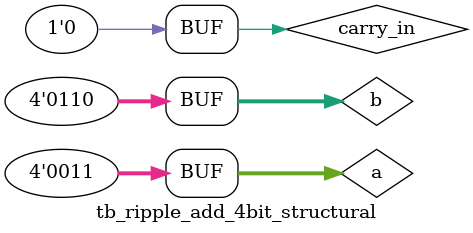
<source format=v>
module tb_ripple_add_4bit_structural();
        reg [3:0] a;
		reg [3:0] b;
		reg carry_in;
		wire [3:0] sum;
		wire carry_out;
		
		wire [2:0] c;
		
		ripple_add_4bit_structural RIP_ADD(
		
		  .a(a),
		  .b(b),
		  .carry_in(carry_in),
		  .carry_out(carry_out),
		  .sum(sum)
		  );
		  
		  
		initial begin
		 $monitor ("a=%b,b=%b,carry_in=%b,sum=%b,carry_out=%b",a,b,carry_in,sum,carry_out);
		 #1; a=4'b0000; b=4'b0000; carry_in=0;
		 #1; a = 4'b0000; b = 4'b0000; carry_in = 1;
         #1; a = 4'b0001; b = 4'b0001; carry_in = 0;
         #1; a = 4'b0001; b = 4'b0001; carry_in = 1;
         #1; a = 4'd3;    b = 4'd6;    carry_in = 0;
		end
endmodule
</source>
